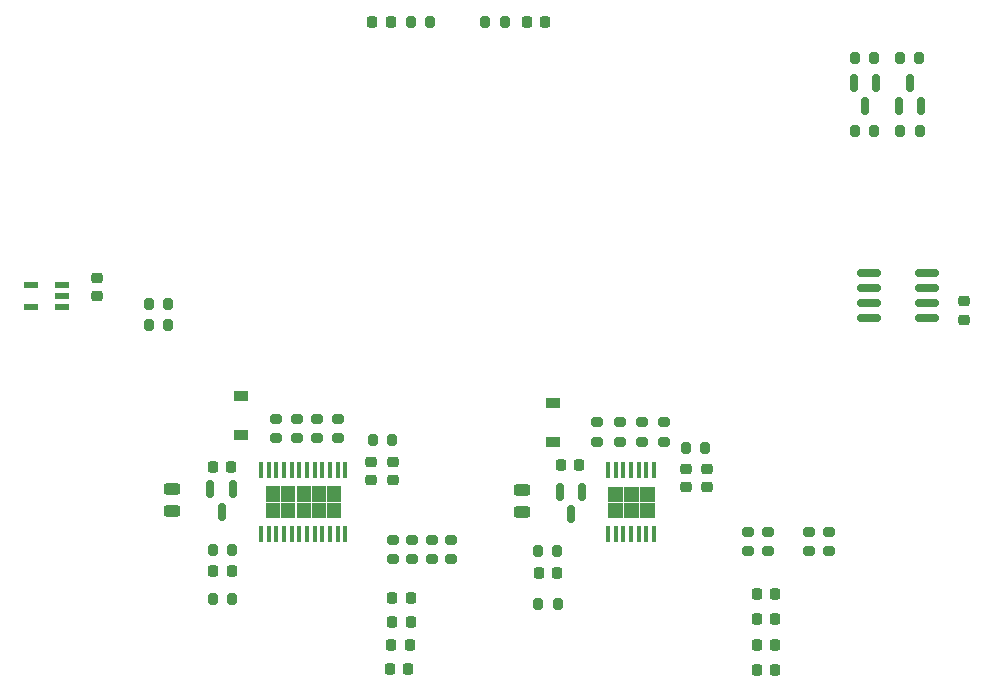
<source format=gbr>
%TF.GenerationSoftware,KiCad,Pcbnew,(6.0.7)*%
%TF.CreationDate,2022-09-20T09:41:07-05:00*%
%TF.ProjectId,BTSTest,42545354-6573-4742-9e6b-696361645f70,rev?*%
%TF.SameCoordinates,Original*%
%TF.FileFunction,Paste,Top*%
%TF.FilePolarity,Positive*%
%FSLAX46Y46*%
G04 Gerber Fmt 4.6, Leading zero omitted, Abs format (unit mm)*
G04 Created by KiCad (PCBNEW (6.0.7)) date 2022-09-20 09:41:07*
%MOMM*%
%LPD*%
G01*
G04 APERTURE LIST*
G04 Aperture macros list*
%AMRoundRect*
0 Rectangle with rounded corners*
0 $1 Rounding radius*
0 $2 $3 $4 $5 $6 $7 $8 $9 X,Y pos of 4 corners*
0 Add a 4 corners polygon primitive as box body*
4,1,4,$2,$3,$4,$5,$6,$7,$8,$9,$2,$3,0*
0 Add four circle primitives for the rounded corners*
1,1,$1+$1,$2,$3*
1,1,$1+$1,$4,$5*
1,1,$1+$1,$6,$7*
1,1,$1+$1,$8,$9*
0 Add four rect primitives between the rounded corners*
20,1,$1+$1,$2,$3,$4,$5,0*
20,1,$1+$1,$4,$5,$6,$7,0*
20,1,$1+$1,$6,$7,$8,$9,0*
20,1,$1+$1,$8,$9,$2,$3,0*%
G04 Aperture macros list end*
%ADD10C,0.100000*%
%ADD11RoundRect,0.200000X-0.275000X0.200000X-0.275000X-0.200000X0.275000X-0.200000X0.275000X0.200000X0*%
%ADD12RoundRect,0.200000X0.275000X-0.200000X0.275000X0.200000X-0.275000X0.200000X-0.275000X-0.200000X0*%
%ADD13RoundRect,0.218750X-0.218750X-0.256250X0.218750X-0.256250X0.218750X0.256250X-0.218750X0.256250X0*%
%ADD14RoundRect,0.200000X-0.200000X-0.275000X0.200000X-0.275000X0.200000X0.275000X-0.200000X0.275000X0*%
%ADD15RoundRect,0.200000X0.200000X0.275000X-0.200000X0.275000X-0.200000X-0.275000X0.200000X-0.275000X0*%
%ADD16RoundRect,0.225000X0.250000X-0.225000X0.250000X0.225000X-0.250000X0.225000X-0.250000X-0.225000X0*%
%ADD17RoundRect,0.225000X0.225000X0.250000X-0.225000X0.250000X-0.225000X-0.250000X0.225000X-0.250000X0*%
%ADD18R,1.200000X0.900000*%
%ADD19R,0.354800X1.454899*%
%ADD20RoundRect,0.150000X-0.150000X0.587500X-0.150000X-0.587500X0.150000X-0.587500X0.150000X0.587500X0*%
%ADD21R,1.309599X0.508000*%
%ADD22RoundRect,0.225000X-0.225000X-0.250000X0.225000X-0.250000X0.225000X0.250000X-0.225000X0.250000X0*%
%ADD23RoundRect,0.150000X-0.825000X-0.150000X0.825000X-0.150000X0.825000X0.150000X-0.825000X0.150000X0*%
%ADD24RoundRect,0.243750X0.456250X-0.243750X0.456250X0.243750X-0.456250X0.243750X-0.456250X-0.243750X0*%
%ADD25RoundRect,0.150000X0.150000X-0.587500X0.150000X0.587500X-0.150000X0.587500X-0.150000X-0.587500X0*%
%ADD26RoundRect,0.225000X-0.250000X0.225000X-0.250000X-0.225000X0.250000X-0.225000X0.250000X0.225000X0*%
G04 APERTURE END LIST*
%TO.C,U1*%
G36*
X110115920Y-85297350D02*
G01*
X109015440Y-85297350D01*
X109015440Y-84062250D01*
X110115920Y-84062250D01*
X110115920Y-85297350D01*
G37*
D10*
X110115920Y-85297350D02*
X109015440Y-85297350D01*
X109015440Y-84062250D01*
X110115920Y-84062250D01*
X110115920Y-85297350D01*
G36*
X110115920Y-86732450D02*
G01*
X109015440Y-86732450D01*
X109015440Y-85497350D01*
X110115920Y-85497350D01*
X110115920Y-86732450D01*
G37*
X110115920Y-86732450D02*
X109015440Y-86732450D01*
X109015440Y-85497350D01*
X110115920Y-85497350D01*
X110115920Y-86732450D01*
G36*
X111416400Y-85297350D02*
G01*
X110315920Y-85297350D01*
X110315920Y-84062250D01*
X111416400Y-84062250D01*
X111416400Y-85297350D01*
G37*
X111416400Y-85297350D02*
X110315920Y-85297350D01*
X110315920Y-84062250D01*
X111416400Y-84062250D01*
X111416400Y-85297350D01*
G36*
X106214480Y-85297350D02*
G01*
X105114000Y-85297350D01*
X105114000Y-84062250D01*
X106214480Y-84062250D01*
X106214480Y-85297350D01*
G37*
X106214480Y-85297350D02*
X105114000Y-85297350D01*
X105114000Y-84062250D01*
X106214480Y-84062250D01*
X106214480Y-85297350D01*
G36*
X111416400Y-86732450D02*
G01*
X110315920Y-86732450D01*
X110315920Y-85497350D01*
X111416400Y-85497350D01*
X111416400Y-86732450D01*
G37*
X111416400Y-86732450D02*
X110315920Y-86732450D01*
X110315920Y-85497350D01*
X111416400Y-85497350D01*
X111416400Y-86732450D01*
G36*
X108815440Y-86732450D02*
G01*
X107714960Y-86732450D01*
X107714960Y-85497350D01*
X108815440Y-85497350D01*
X108815440Y-86732450D01*
G37*
X108815440Y-86732450D02*
X107714960Y-86732450D01*
X107714960Y-85497350D01*
X108815440Y-85497350D01*
X108815440Y-86732450D01*
G36*
X107514960Y-86732450D02*
G01*
X106414480Y-86732450D01*
X106414480Y-85497350D01*
X107514960Y-85497350D01*
X107514960Y-86732450D01*
G37*
X107514960Y-86732450D02*
X106414480Y-86732450D01*
X106414480Y-85497350D01*
X107514960Y-85497350D01*
X107514960Y-86732450D01*
G36*
X106214480Y-86732450D02*
G01*
X105114000Y-86732450D01*
X105114000Y-85497350D01*
X106214480Y-85497350D01*
X106214480Y-86732450D01*
G37*
X106214480Y-86732450D02*
X105114000Y-86732450D01*
X105114000Y-85497350D01*
X106214480Y-85497350D01*
X106214480Y-86732450D01*
G36*
X108815440Y-85297350D02*
G01*
X107714960Y-85297350D01*
X107714960Y-84062250D01*
X108815440Y-84062250D01*
X108815440Y-85297350D01*
G37*
X108815440Y-85297350D02*
X107714960Y-85297350D01*
X107714960Y-84062250D01*
X108815440Y-84062250D01*
X108815440Y-85297350D01*
G36*
X107514960Y-85297350D02*
G01*
X106414480Y-85297350D01*
X106414480Y-84062250D01*
X107514960Y-84062250D01*
X107514960Y-85297350D01*
G37*
X107514960Y-85297350D02*
X106414480Y-85297350D01*
X106414480Y-84062250D01*
X107514960Y-84062250D01*
X107514960Y-85297350D01*
%TO.C,U5*%
G36*
X136613667Y-86718950D02*
G01*
X135450533Y-86718950D01*
X135450533Y-85547350D01*
X136613667Y-85547350D01*
X136613667Y-86718950D01*
G37*
X136613667Y-86718950D02*
X135450533Y-86718950D01*
X135450533Y-85547350D01*
X136613667Y-85547350D01*
X136613667Y-86718950D01*
G36*
X136613667Y-85347350D02*
G01*
X135450533Y-85347350D01*
X135450533Y-84175750D01*
X136613667Y-84175750D01*
X136613667Y-85347350D01*
G37*
X136613667Y-85347350D02*
X135450533Y-85347350D01*
X135450533Y-84175750D01*
X136613667Y-84175750D01*
X136613667Y-85347350D01*
G36*
X137976800Y-85347350D02*
G01*
X136813666Y-85347350D01*
X136813666Y-84175750D01*
X137976800Y-84175750D01*
X137976800Y-85347350D01*
G37*
X137976800Y-85347350D02*
X136813666Y-85347350D01*
X136813666Y-84175750D01*
X137976800Y-84175750D01*
X137976800Y-85347350D01*
G36*
X137976800Y-86718950D02*
G01*
X136813666Y-86718950D01*
X136813666Y-85547350D01*
X137976800Y-85547350D01*
X137976800Y-86718950D01*
G37*
X137976800Y-86718950D02*
X136813666Y-86718950D01*
X136813666Y-85547350D01*
X137976800Y-85547350D01*
X137976800Y-86718950D01*
G36*
X135250534Y-86718950D02*
G01*
X134087400Y-86718950D01*
X134087400Y-85547350D01*
X135250534Y-85547350D01*
X135250534Y-86718950D01*
G37*
X135250534Y-86718950D02*
X134087400Y-86718950D01*
X134087400Y-85547350D01*
X135250534Y-85547350D01*
X135250534Y-86718950D01*
G36*
X135250534Y-85347350D02*
G01*
X134087400Y-85347350D01*
X134087400Y-84175750D01*
X135250534Y-84175750D01*
X135250534Y-85347350D01*
G37*
X135250534Y-85347350D02*
X134087400Y-85347350D01*
X134087400Y-84175750D01*
X135250534Y-84175750D01*
X135250534Y-85347350D01*
%TD*%
D11*
%TO.C,R20*%
X138810000Y-78665000D03*
X138810000Y-80315000D03*
%TD*%
D12*
%TO.C,R4*%
X120768333Y-90253333D03*
X120768333Y-88603333D03*
%TD*%
D13*
%TO.C,D8*%
X146662500Y-93230000D03*
X148237500Y-93230000D03*
%TD*%
D11*
%TO.C,R3*%
X109460000Y-78385000D03*
X109460000Y-80035000D03*
%TD*%
D14*
%TO.C,R17*%
X154985000Y-47790000D03*
X156635000Y-47790000D03*
%TD*%
D13*
%TO.C,D12*%
X146662500Y-99640000D03*
X148237500Y-99640000D03*
%TD*%
%TO.C,D7*%
X146662500Y-95366666D03*
X148237500Y-95366666D03*
%TD*%
D15*
%TO.C,R9*%
X96835000Y-68690000D03*
X95185000Y-68690000D03*
%TD*%
D16*
%TO.C,C7*%
X142430000Y-84155000D03*
X142430000Y-82605000D03*
%TD*%
D11*
%TO.C,R6*%
X107710000Y-78385000D03*
X107710000Y-80035000D03*
%TD*%
D12*
%TO.C,R14*%
X115891667Y-90253333D03*
X115891667Y-88603333D03*
%TD*%
D17*
%TO.C,C12*%
X131615000Y-82310000D03*
X130065000Y-82310000D03*
%TD*%
D12*
%TO.C,R28*%
X147593333Y-89605000D03*
X147593333Y-87955000D03*
%TD*%
%TO.C,R19*%
X151086666Y-89605000D03*
X151086666Y-87955000D03*
%TD*%
D18*
%TO.C,D3*%
X103030000Y-76480000D03*
X103030000Y-79780000D03*
%TD*%
D15*
%TO.C,R7*%
X96835000Y-70430000D03*
X95185000Y-70430000D03*
%TD*%
D13*
%TO.C,D10*%
X146662500Y-97503332D03*
X148237500Y-97503332D03*
%TD*%
D14*
%TO.C,R30*%
X128195000Y-94030000D03*
X129845000Y-94030000D03*
%TD*%
%TO.C,R29*%
X128125000Y-89610000D03*
X129775000Y-89610000D03*
%TD*%
D19*
%TO.C,U1*%
X111840199Y-82676002D03*
X111190200Y-82676002D03*
X110540202Y-82676002D03*
X109890201Y-82676002D03*
X109240202Y-82676002D03*
X108590201Y-82676002D03*
X107940202Y-82676002D03*
X107290201Y-82676002D03*
X106640202Y-82676002D03*
X105990201Y-82676002D03*
X105340202Y-82676002D03*
X104690201Y-82676002D03*
X104690201Y-88118698D03*
X105340200Y-88118698D03*
X105990201Y-88118698D03*
X106640199Y-88118698D03*
X107290201Y-88118698D03*
X107940199Y-88118698D03*
X108590198Y-88118698D03*
X109240199Y-88118698D03*
X109890198Y-88118698D03*
X110540199Y-88118698D03*
X111190198Y-88118698D03*
X111840199Y-88118698D03*
%TD*%
D12*
%TO.C,R11*%
X117517222Y-90253333D03*
X117517222Y-88603333D03*
%TD*%
D20*
%TO.C,Q2*%
X156800000Y-49982500D03*
X154900000Y-49982500D03*
X155850000Y-51857500D03*
%TD*%
D13*
%TO.C,D2*%
X115812500Y-93534999D03*
X117387500Y-93534999D03*
%TD*%
D14*
%TO.C,R5*%
X117375000Y-44790000D03*
X119025000Y-44790000D03*
%TD*%
%TO.C,R16*%
X158845000Y-53980000D03*
X160495000Y-53980000D03*
%TD*%
D19*
%TO.C,U5*%
X137982101Y-82726002D03*
X137332100Y-82726002D03*
X136682099Y-82726002D03*
X136032100Y-82726002D03*
X135382101Y-82726002D03*
X134732100Y-82726002D03*
X134082101Y-82726002D03*
X134082099Y-88168698D03*
X134732100Y-88168698D03*
X135382099Y-88168698D03*
X136032100Y-88168698D03*
X136682099Y-88168698D03*
X137332100Y-88168698D03*
X137982099Y-88168698D03*
%TD*%
D15*
%TO.C,R23*%
X125335000Y-44800000D03*
X123685000Y-44800000D03*
%TD*%
D11*
%TO.C,R2*%
X111210000Y-78385000D03*
X111210000Y-80035000D03*
%TD*%
D14*
%TO.C,R15*%
X154995000Y-53980000D03*
X156645000Y-53980000D03*
%TD*%
D12*
%TO.C,R26*%
X133180000Y-80315000D03*
X133180000Y-78665000D03*
%TD*%
D16*
%TO.C,C3*%
X114050000Y-83565000D03*
X114050000Y-82015000D03*
%TD*%
D20*
%TO.C,U3*%
X102320000Y-84362500D03*
X100420000Y-84362500D03*
X101370000Y-86237500D03*
%TD*%
D18*
%TO.C,D9*%
X129430000Y-77030000D03*
X129430000Y-80330000D03*
%TD*%
D16*
%TO.C,C2*%
X115900000Y-83555000D03*
X115900000Y-82005000D03*
%TD*%
D14*
%TO.C,R13*%
X100625000Y-93600000D03*
X102275000Y-93600000D03*
%TD*%
D17*
%TO.C,C5*%
X102165000Y-82480000D03*
X100615000Y-82480000D03*
%TD*%
D11*
%TO.C,R24*%
X135056666Y-78665000D03*
X135056666Y-80315000D03*
%TD*%
D17*
%TO.C,C1*%
X115675000Y-44800000D03*
X114125000Y-44800000D03*
%TD*%
D15*
%TO.C,R27*%
X142325000Y-80820000D03*
X140675000Y-80820000D03*
%TD*%
D14*
%TO.C,R12*%
X100625000Y-89450000D03*
X102275000Y-89450000D03*
%TD*%
D21*
%TO.C,U7*%
X87854000Y-68914601D03*
X87854000Y-67964600D03*
X87854000Y-67014599D03*
X85263200Y-67014599D03*
X85263200Y-68914601D03*
%TD*%
D22*
%TO.C,C6*%
X127215000Y-44790000D03*
X128765000Y-44790000D03*
%TD*%
D15*
%TO.C,R10*%
X115805000Y-80210000D03*
X114155000Y-80210000D03*
%TD*%
D16*
%TO.C,C9*%
X164220000Y-69975000D03*
X164220000Y-68425000D03*
%TD*%
D23*
%TO.C,U6*%
X156145000Y-66065000D03*
X156145000Y-67335000D03*
X156145000Y-68605000D03*
X156145000Y-69875000D03*
X161095000Y-69875000D03*
X161095000Y-68605000D03*
X161095000Y-67335000D03*
X161095000Y-66065000D03*
%TD*%
D13*
%TO.C,D6*%
X115612500Y-99590000D03*
X117187500Y-99590000D03*
%TD*%
D20*
%TO.C,U8*%
X131900000Y-84592500D03*
X130000000Y-84592500D03*
X130950000Y-86467500D03*
%TD*%
D24*
%TO.C,D5*%
X97155000Y-86197500D03*
X97155000Y-84322500D03*
%TD*%
D15*
%TO.C,R18*%
X160435000Y-47790000D03*
X158785000Y-47790000D03*
%TD*%
D12*
%TO.C,R8*%
X105960000Y-80035000D03*
X105960000Y-78385000D03*
%TD*%
D25*
%TO.C,Q1*%
X158700000Y-51857500D03*
X160600000Y-51857500D03*
X159650000Y-49982500D03*
%TD*%
D12*
%TO.C,R31*%
X145900000Y-89605000D03*
X145900000Y-87955000D03*
%TD*%
D16*
%TO.C,C8*%
X140720000Y-84155000D03*
X140720000Y-82605000D03*
%TD*%
D13*
%TO.C,D4*%
X115712500Y-97571665D03*
X117287500Y-97571665D03*
%TD*%
D17*
%TO.C,C4*%
X102225000Y-91225000D03*
X100675000Y-91225000D03*
%TD*%
%TO.C,C10*%
X129755000Y-91460000D03*
X128205000Y-91460000D03*
%TD*%
D13*
%TO.C,D1*%
X115812500Y-95553332D03*
X117387500Y-95553332D03*
%TD*%
D12*
%TO.C,R1*%
X119142777Y-90253333D03*
X119142777Y-88603333D03*
%TD*%
D11*
%TO.C,R21*%
X136933332Y-78665000D03*
X136933332Y-80315000D03*
%TD*%
D26*
%TO.C,C11*%
X90850000Y-66425000D03*
X90850000Y-67975000D03*
%TD*%
D24*
%TO.C,D11*%
X126795000Y-86297500D03*
X126795000Y-84422500D03*
%TD*%
D12*
%TO.C,R22*%
X152780000Y-89605000D03*
X152780000Y-87955000D03*
%TD*%
M02*

</source>
